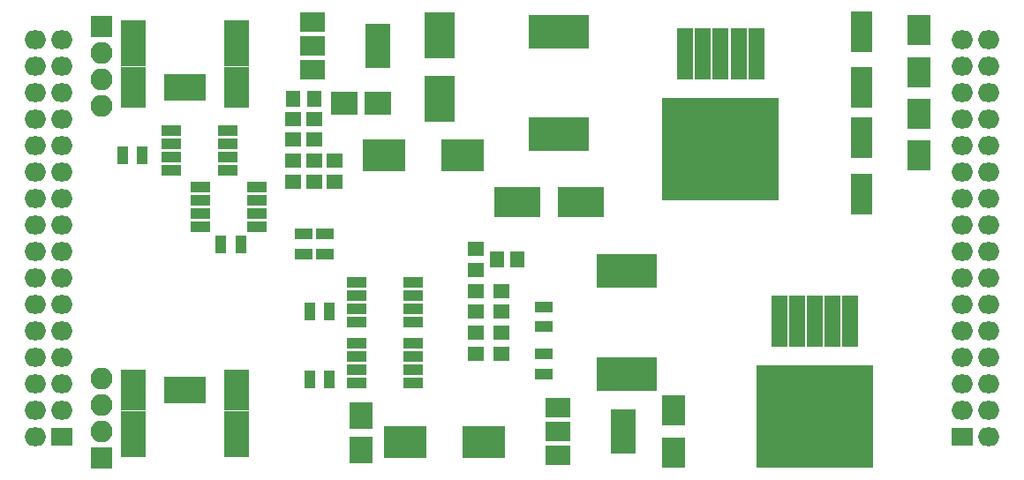
<source format=gbr>
%TF.GenerationSoftware,KiCad,Pcbnew,4.0.7-e2-6376~58~ubuntu16.04.1*%
%TF.CreationDate,2017-12-06T17:26:10+02:00*%
%TF.ProjectId,instrument_cluster,696E737472756D656E745F636C757374,rev?*%
%TF.FileFunction,Soldermask,Top*%
%FSLAX46Y46*%
G04 Gerber Fmt 4.6, Leading zero omitted, Abs format (unit mm)*
G04 Created by KiCad (PCBNEW 4.0.7-e2-6376~58~ubuntu16.04.1) date Wed Dec  6 17:26:10 2017*
%MOMM*%
%LPD*%
G01*
G04 APERTURE LIST*
%ADD10C,0.100000*%
%ADD11R,2.000000X3.900000*%
%ADD12R,2.900000X4.400000*%
%ADD13R,4.400000X2.900000*%
%ADD14R,4.150000X3.100000*%
%ADD15R,2.200000X2.550000*%
%ADD16R,2.550000X2.200000*%
%ADD17R,1.650000X1.400000*%
%ADD18R,1.400000X1.650000*%
%ADD19R,2.200000X2.900000*%
%ADD20R,2.100000X2.100000*%
%ADD21O,2.100000X2.100000*%
%ADD22R,5.800000X3.300000*%
%ADD23R,1.700000X1.100000*%
%ADD24R,1.100000X1.700000*%
%ADD25R,2.400000X4.200000*%
%ADD26R,2.400000X1.900000*%
%ADD27R,1.950000X1.000000*%
%ADD28R,1.500000X5.000000*%
%ADD29R,11.200000X9.800000*%
%ADD30R,2.100000X1.800000*%
%ADD31O,2.100000X1.800000*%
%ADD32R,0.900000X2.650000*%
%ADD33R,2.450000X3.900000*%
%ADD34R,2.450000X4.400000*%
G04 APERTURE END LIST*
D10*
D11*
X191000000Y-88100000D03*
X191000000Y-93500000D03*
X191000000Y-103700000D03*
X191000000Y-98300000D03*
D12*
X150500000Y-94600000D03*
X150500000Y-88500000D03*
D13*
X164050000Y-104500000D03*
X157950000Y-104500000D03*
D14*
X154775000Y-127500000D03*
X147225000Y-127500000D03*
X152775000Y-100000000D03*
X145225000Y-100000000D03*
D15*
X143000000Y-125000000D03*
X143000000Y-128250000D03*
D16*
X141375000Y-95000000D03*
X144625000Y-95000000D03*
D17*
X138500000Y-96500000D03*
X138500000Y-98500000D03*
X156500000Y-119000000D03*
X156500000Y-117000000D03*
X136500000Y-96500000D03*
X136500000Y-98500000D03*
X154000000Y-119000000D03*
X154000000Y-117000000D03*
X136500000Y-102500000D03*
X136500000Y-100500000D03*
X156500000Y-113000000D03*
X156500000Y-115000000D03*
X138500000Y-102500000D03*
X138500000Y-100500000D03*
D18*
X156000000Y-110000000D03*
X158000000Y-110000000D03*
D17*
X140500000Y-102500000D03*
X140500000Y-100500000D03*
X154000000Y-113000000D03*
X154000000Y-115000000D03*
D18*
X136500000Y-94550000D03*
X138500000Y-94550000D03*
D17*
X154000000Y-111000000D03*
X154000000Y-109000000D03*
D19*
X196500000Y-88000000D03*
X196500000Y-92000000D03*
X196500000Y-100000000D03*
X196500000Y-96000000D03*
X173000000Y-128500000D03*
X173000000Y-124500000D03*
D20*
X118110000Y-87630000D03*
D21*
X118110000Y-90170000D03*
X118110000Y-92710000D03*
X118110000Y-95250000D03*
D20*
X118110000Y-129000000D03*
D21*
X118110000Y-126460000D03*
X118110000Y-123920000D03*
X118110000Y-121380000D03*
D22*
X162000000Y-88100000D03*
X162000000Y-98000000D03*
X168500000Y-111050000D03*
X168500000Y-120950000D03*
D23*
X139500000Y-109450000D03*
X139500000Y-107550000D03*
X137500000Y-109450000D03*
X137500000Y-107550000D03*
X160500000Y-114550000D03*
X160500000Y-116450000D03*
X160500000Y-120950000D03*
X160500000Y-119050000D03*
D24*
X138050000Y-121500000D03*
X139950000Y-121500000D03*
X138050000Y-115000000D03*
X139950000Y-115000000D03*
D25*
X168150000Y-126500000D03*
D26*
X161850000Y-126500000D03*
X161850000Y-128800000D03*
X161850000Y-124200000D03*
D25*
X144650000Y-89500000D03*
D26*
X138350000Y-89500000D03*
X138350000Y-91800000D03*
X138350000Y-87200000D03*
D27*
X130200000Y-101405000D03*
X130200000Y-100135000D03*
X130200000Y-98865000D03*
X130200000Y-97595000D03*
X124800000Y-97595000D03*
X124800000Y-98865000D03*
X124800000Y-100135000D03*
X124800000Y-101405000D03*
X133000000Y-106810000D03*
X133000000Y-105540000D03*
X133000000Y-104270000D03*
X133000000Y-103000000D03*
X127600000Y-103000000D03*
X127600000Y-104270000D03*
X127600000Y-105540000D03*
X127600000Y-106810000D03*
X148000000Y-121810000D03*
X148000000Y-120540000D03*
X148000000Y-119270000D03*
X148000000Y-118000000D03*
X142600000Y-118000000D03*
X142600000Y-119270000D03*
X142600000Y-120540000D03*
X142600000Y-121810000D03*
X148000000Y-116000000D03*
X148000000Y-114730000D03*
X148000000Y-113460000D03*
X148000000Y-112190000D03*
X142600000Y-112190000D03*
X142600000Y-113460000D03*
X142600000Y-114730000D03*
X142600000Y-116000000D03*
D28*
X180900000Y-90225000D03*
X179200000Y-90225000D03*
X177500000Y-90225000D03*
X175800000Y-90225000D03*
X174100000Y-90225000D03*
D29*
X177500000Y-99375000D03*
D28*
X189900000Y-115925000D03*
X188200000Y-115925000D03*
X186500000Y-115925000D03*
X184800000Y-115925000D03*
X183100000Y-115925000D03*
D29*
X186500000Y-125075000D03*
D30*
X200660000Y-127000000D03*
D31*
X200660000Y-124460000D03*
X200660000Y-121920000D03*
X200660000Y-119380000D03*
X200660000Y-116840000D03*
X200660000Y-114300000D03*
X200660000Y-111760000D03*
X200660000Y-109220000D03*
X200660000Y-106680000D03*
X200660000Y-104140000D03*
X200660000Y-101600000D03*
X200660000Y-99060000D03*
X200660000Y-96520000D03*
X200660000Y-93980000D03*
X200660000Y-91440000D03*
X200660000Y-88900000D03*
X203200000Y-127000000D03*
X203200000Y-124460000D03*
X203200000Y-121920000D03*
X203200000Y-119380000D03*
X203200000Y-116840000D03*
X203200000Y-114300000D03*
X203200000Y-111760000D03*
X203200000Y-109220000D03*
X203200000Y-106680000D03*
X203200000Y-104140000D03*
X203200000Y-101600000D03*
X203200000Y-99060000D03*
X203200000Y-96520000D03*
X203200000Y-93980000D03*
X203200000Y-91440000D03*
X203200000Y-88900000D03*
D30*
X114300000Y-127000000D03*
D31*
X114300000Y-121920000D03*
X114300000Y-124460000D03*
X114300000Y-119380000D03*
X114300000Y-116840000D03*
X114300000Y-114300000D03*
X114300000Y-111760000D03*
X114300000Y-109220000D03*
X114300000Y-106680000D03*
X114300000Y-104140000D03*
X114300000Y-101600000D03*
X114300000Y-99060000D03*
X114300000Y-96520000D03*
X114300000Y-93980000D03*
X114300000Y-91440000D03*
X114300000Y-88900000D03*
X111760000Y-127000000D03*
X111760000Y-124460000D03*
X111760000Y-121920000D03*
X111760000Y-119380000D03*
X111760000Y-116840000D03*
X111760000Y-114300000D03*
X111760000Y-111760000D03*
X111760000Y-109220000D03*
X111760000Y-106680000D03*
X111760000Y-104140000D03*
X111760000Y-101600000D03*
X111760000Y-99060000D03*
X111760000Y-96520000D03*
X111760000Y-93980000D03*
X111760000Y-91440000D03*
X111760000Y-88900000D03*
D24*
X122000000Y-100000000D03*
X120100000Y-100000000D03*
X129550000Y-108500000D03*
X131450000Y-108500000D03*
D32*
X127700000Y-93500000D03*
X126900000Y-93500000D03*
X126100000Y-93500000D03*
X125300000Y-93500000D03*
X124500000Y-93500000D03*
D33*
X121175000Y-93500000D03*
D34*
X121175000Y-89250000D03*
X131025000Y-89250000D03*
D33*
X131025000Y-93500000D03*
D32*
X124500000Y-122500000D03*
X125300000Y-122500000D03*
X126100000Y-122500000D03*
X126900000Y-122500000D03*
X127700000Y-122500000D03*
D33*
X131025000Y-122500000D03*
D34*
X131025000Y-126750000D03*
X121175000Y-126750000D03*
D33*
X121175000Y-122500000D03*
M02*

</source>
